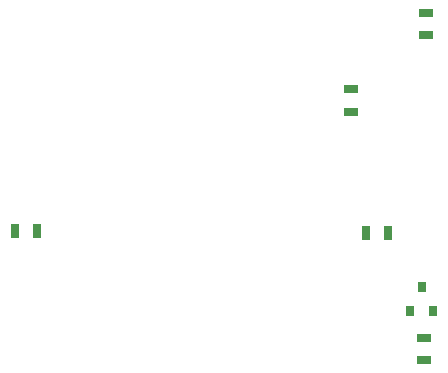
<source format=gbr>
G04 #@! TF.FileFunction,Paste,Bot*
%FSLAX46Y46*%
G04 Gerber Fmt 4.6, Leading zero omitted, Abs format (unit mm)*
G04 Created by KiCad (PCBNEW 4.0.4-stable) date 11/20/17 14:55:23*
%MOMM*%
%LPD*%
G01*
G04 APERTURE LIST*
%ADD10C,0.100000*%
%ADD11R,1.300000X0.700000*%
%ADD12R,0.700000X1.300000*%
%ADD13R,0.800000X0.900000*%
G04 APERTURE END LIST*
D10*
D11*
X138400000Y-91450000D03*
X138400000Y-89550000D03*
D12*
X103550000Y-108000000D03*
X105450000Y-108000000D03*
D11*
X132000000Y-97950000D03*
X132000000Y-96050000D03*
D13*
X138950000Y-114800000D03*
X137050000Y-114800000D03*
X138000000Y-112800000D03*
D11*
X138200000Y-117050000D03*
X138200000Y-118950000D03*
D12*
X135150000Y-108200000D03*
X133250000Y-108200000D03*
M02*

</source>
